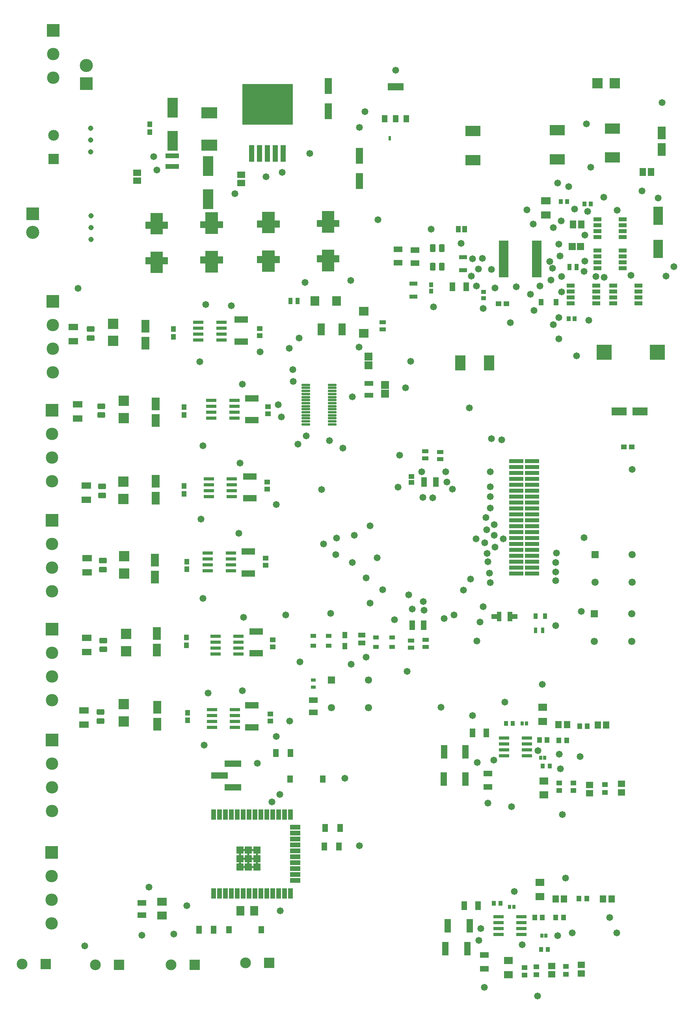
<source format=gts>
G04*
G04 #@! TF.GenerationSoftware,Altium Limited,Altium Designer,22.1.2 (22)*
G04*
G04 Layer_Color=8388736*
%FSLAX23Y23*%
%MOIN*%
G70*
G04*
G04 #@! TF.SameCoordinates,EFA1FED7-213C-4DAE-99C9-92C2F6BD185D*
G04*
G04*
G04 #@! TF.FilePolarity,Negative*
G04*
G01*
G75*
%ADD17R,0.048X0.042*%
%ADD18R,0.047X0.038*%
%ADD24R,0.042X0.048*%
%ADD26R,0.059X0.055*%
%ADD27R,0.055X0.059*%
%ADD28R,0.075X0.059*%
%ADD31R,0.063X0.138*%
%ADD32R,0.079X0.157*%
%ADD34R,0.126X0.086*%
%ADD35R,0.059X0.061*%
%ADD36R,0.037X0.053*%
%ADD43R,0.053X0.037*%
%ADD48R,0.067X0.037*%
%ADD50R,0.125X0.130*%
%ADD51R,0.043X0.053*%
%ADD52R,0.036X0.042*%
%ADD53R,0.086X0.126*%
%ADD56R,0.045X0.067*%
%ADD59R,0.078X0.084*%
%ADD60R,0.039X0.030*%
%ADD62R,0.044X0.056*%
%ADD68R,0.086X0.086*%
%ADD70R,0.061X0.061*%
%ADD71R,0.075X0.043*%
%ADD72R,0.084X0.078*%
%ADD80C,0.040*%
%ADD81C,0.039*%
%ADD82R,0.038X0.047*%
%ADD83R,0.086X0.086*%
%ADD88R,0.126X0.071*%
%ADD89R,0.068X0.034*%
%ADD90R,0.054X0.066*%
%ADD91R,0.071X0.110*%
%ADD92R,0.047X0.063*%
%ADD93R,0.136X0.063*%
%ADD94R,0.067X0.083*%
%ADD95R,0.076X0.046*%
%ADD96R,0.029X0.032*%
%ADD97R,0.087X0.165*%
%ADD98R,0.045X0.039*%
%ADD99R,0.020X0.019*%
%ADD100R,0.073X0.051*%
G04:AMPARAMS|DCode=101|XSize=47mil|YSize=64mil|CornerRadius=9mil|HoleSize=0mil|Usage=FLASHONLY|Rotation=0.000|XOffset=0mil|YOffset=0mil|HoleType=Round|Shape=RoundedRectangle|*
%AMROUNDEDRECTD101*
21,1,0.047,0.046,0,0,0.0*
21,1,0.030,0.064,0,0,0.0*
1,1,0.018,0.015,-0.023*
1,1,0.018,-0.015,-0.023*
1,1,0.018,-0.015,0.023*
1,1,0.018,0.015,0.023*
%
%ADD101ROUNDEDRECTD101*%
%ADD102R,0.079X0.026*%
%ADD103R,0.063X0.025*%
%ADD104R,0.047X0.079*%
%ADD105R,0.079X0.059*%
%ADD106R,0.038X0.041*%
%ADD107R,0.044X0.056*%
%ADD108R,0.041X0.038*%
%ADD109R,0.046X0.076*%
%ADD110R,0.075X0.051*%
%ADD111R,0.083X0.067*%
%ADD112R,0.043X0.087*%
%ADD113O,0.075X0.022*%
%ADD114R,0.061X0.041*%
%ADD115R,0.066X0.054*%
%ADD116R,0.114X0.039*%
%ADD117R,0.086X0.029*%
%ADD118R,0.080X0.054*%
G04:AMPARAMS|DCode=119|XSize=47mil|YSize=64mil|CornerRadius=9mil|HoleSize=0mil|Usage=FLASHONLY|Rotation=270.000|XOffset=0mil|YOffset=0mil|HoleType=Round|Shape=RoundedRectangle|*
%AMROUNDEDRECTD119*
21,1,0.047,0.046,0,0,270.0*
21,1,0.030,0.064,0,0,270.0*
1,1,0.018,-0.023,-0.015*
1,1,0.018,-0.023,0.015*
1,1,0.018,0.023,0.015*
1,1,0.018,0.023,-0.015*
%
%ADD119ROUNDEDRECTD119*%
%ADD120R,0.039X0.045*%
%ADD121R,0.069X0.069*%
%ADD122R,0.115X0.058*%
%ADD123R,0.045X0.043*%
%ADD124R,0.123X0.037*%
%ADD125R,0.087X0.043*%
%ADD126R,0.058X0.115*%
%ADD127R,0.034X0.043*%
%ADD128R,0.132X0.095*%
%ADD129R,0.060X0.060*%
%ADD130R,0.143X0.058*%
%ADD131R,0.026X0.045*%
%ADD132R,0.045X0.039*%
%ADD133R,0.105X0.105*%
%ADD134C,0.105*%
%ADD135C,0.061*%
%ADD136R,0.111X0.111*%
%ADD137C,0.111*%
%ADD138C,0.045*%
%ADD139R,0.091X0.091*%
%ADD140C,0.091*%
%ADD141C,0.020*%
%ADD142R,0.091X0.091*%
%ADD143C,0.058*%
G36*
X2485Y7595D02*
X2059D01*
Y7939D01*
X2485D01*
Y7595D01*
D02*
G37*
G36*
X2428Y7280D02*
X2383D01*
Y7420D01*
X2428D01*
Y7280D01*
D02*
G37*
G36*
X2361D02*
X2316D01*
Y7420D01*
X2361D01*
Y7280D01*
D02*
G37*
G36*
X2294D02*
X2249D01*
Y7420D01*
X2294D01*
Y7280D01*
D02*
G37*
G36*
X2227D02*
X2183D01*
Y7420D01*
X2227D01*
Y7280D01*
D02*
G37*
G36*
X2161D02*
X2116D01*
Y7420D01*
X2161D01*
Y7280D01*
D02*
G37*
G36*
X2838Y6789D02*
X2881D01*
Y6730D01*
X2838D01*
Y6683D01*
X2732D01*
Y6730D01*
X2689D01*
Y6789D01*
X2732D01*
Y6864D01*
X2838D01*
Y6789D01*
D02*
G37*
G36*
X2333Y6784D02*
X2376D01*
Y6725D01*
X2333D01*
Y6678D01*
X2227D01*
Y6725D01*
X2184D01*
Y6784D01*
X2227D01*
Y6859D01*
X2333D01*
Y6784D01*
D02*
G37*
G36*
X1853Y6779D02*
X1896D01*
Y6720D01*
X1853D01*
Y6673D01*
X1747D01*
Y6720D01*
X1704D01*
Y6779D01*
X1747D01*
Y6854D01*
X1853D01*
Y6779D01*
D02*
G37*
G36*
X1388Y6775D02*
X1431D01*
Y6715D01*
X1388D01*
Y6668D01*
X1282D01*
Y6715D01*
X1239D01*
Y6775D01*
X1282D01*
Y6849D01*
X1388D01*
Y6775D01*
D02*
G37*
G36*
X2838Y6490D02*
X2881D01*
Y6431D01*
X2838D01*
Y6356D01*
X2732D01*
Y6431D01*
X2689D01*
Y6490D01*
X2732D01*
Y6537D01*
X2838D01*
Y6490D01*
D02*
G37*
G36*
X2333Y6485D02*
X2376D01*
Y6426D01*
X2333D01*
Y6351D01*
X2227D01*
Y6426D01*
X2184D01*
Y6485D01*
X2227D01*
Y6532D01*
X2333D01*
Y6485D01*
D02*
G37*
G36*
X1853Y6480D02*
X1896D01*
Y6421D01*
X1853D01*
Y6346D01*
X1747D01*
Y6421D01*
X1704D01*
Y6480D01*
X1747D01*
Y6527D01*
X1853D01*
Y6480D01*
D02*
G37*
G36*
X1388Y6475D02*
X1431D01*
Y6416D01*
X1388D01*
Y6341D01*
X1282D01*
Y6416D01*
X1239D01*
Y6475D01*
X1282D01*
Y6523D01*
X1388D01*
Y6475D01*
D02*
G37*
G36*
X4342Y3457D02*
X4385D01*
Y3418D01*
X4342D01*
Y3398D01*
X4302D01*
Y3477D01*
X4342D01*
Y3457D01*
D02*
G37*
G36*
X4251Y3398D02*
X4212D01*
Y3418D01*
X4168D01*
Y3457D01*
X4212D01*
Y3477D01*
X4251D01*
Y3398D01*
D02*
G37*
D17*
X5353Y4870D02*
D03*
X5287D02*
D03*
X4227Y6080D02*
D03*
X4293D02*
D03*
D18*
X2660Y3274D02*
D03*
Y3193D02*
D03*
X2790D02*
D03*
X3190Y3260D02*
D03*
X3325D02*
D03*
Y3180D02*
D03*
X3190D02*
D03*
X2790Y3274D02*
D03*
D24*
X1565Y4540D02*
D03*
Y4475D02*
D03*
X1590Y3903D02*
D03*
Y3837D02*
D03*
X1585Y3260D02*
D03*
Y3195D02*
D03*
X1275Y7598D02*
D03*
Y7532D02*
D03*
X1565Y5142D02*
D03*
Y5208D02*
D03*
X1595Y2560D02*
D03*
Y2625D02*
D03*
X1475Y5802D02*
D03*
Y5868D02*
D03*
D26*
X5265Y2025D02*
D03*
Y1952D02*
D03*
X4995Y2016D02*
D03*
Y1944D02*
D03*
X4925Y422D02*
D03*
Y495D02*
D03*
X4675Y486D02*
D03*
Y414D02*
D03*
D27*
X4734Y2525D02*
D03*
X4806D02*
D03*
X5065Y2520D02*
D03*
X5138D02*
D03*
X4709Y1050D02*
D03*
X4781D02*
D03*
X5183D02*
D03*
X5110D02*
D03*
D28*
X4600Y2670D02*
D03*
Y2552D02*
D03*
X4575Y1190D02*
D03*
Y1072D02*
D03*
X4310Y412D02*
D03*
Y530D02*
D03*
X4610Y1931D02*
D03*
Y2049D02*
D03*
D31*
X2785Y7920D02*
D03*
Y7707D02*
D03*
X3050Y7331D02*
D03*
Y7119D02*
D03*
D32*
X5575Y6825D02*
D03*
Y6545D02*
D03*
D34*
X5190Y7563D02*
D03*
Y7317D02*
D03*
X4724Y7302D02*
D03*
Y7548D02*
D03*
X4009Y7540D02*
D03*
Y7294D02*
D03*
D35*
X4920Y6565D02*
D03*
X4850D02*
D03*
D36*
X4885Y6390D02*
D03*
X4826D02*
D03*
X2465Y6105D02*
D03*
X2525D02*
D03*
D43*
X3605Y4835D02*
D03*
Y4775D02*
D03*
X3610Y3240D02*
D03*
X3485Y3235D02*
D03*
X3732Y4769D02*
D03*
X3245Y5865D02*
D03*
X3732Y4828D02*
D03*
X3485Y3175D02*
D03*
X3610Y3180D02*
D03*
X3245Y5925D02*
D03*
D48*
X3925Y6475D02*
D03*
Y6365D02*
D03*
X3505Y6140D02*
D03*
Y6250D02*
D03*
D50*
X5570Y5670D02*
D03*
X5120D02*
D03*
D51*
X3885Y6710D02*
D03*
X3940D02*
D03*
D52*
X3655Y6187D02*
D03*
Y6240D02*
D03*
D53*
X3902Y5580D02*
D03*
X4148D02*
D03*
D56*
X1694Y791D02*
D03*
X2342Y2286D02*
D03*
X2761Y1651D02*
D03*
X2754Y1496D02*
D03*
X2878D02*
D03*
X2885Y1651D02*
D03*
X2466Y2286D02*
D03*
X1818Y791D02*
D03*
D59*
X2858Y6105D02*
D03*
X2672D02*
D03*
D60*
X2660Y2840D02*
D03*
Y2900D02*
D03*
D62*
X2925Y3188D02*
D03*
Y3283D02*
D03*
D68*
X1052Y4578D02*
D03*
Y4432D02*
D03*
X965Y5913D02*
D03*
Y5767D02*
D03*
X1057Y5261D02*
D03*
Y5115D02*
D03*
X1055Y2699D02*
D03*
Y2553D02*
D03*
X1077Y3292D02*
D03*
Y3146D02*
D03*
X1060Y3948D02*
D03*
Y3802D02*
D03*
D70*
X5043Y3963D02*
D03*
X5038Y3463D02*
D03*
X2813Y2903D02*
D03*
D71*
X3130Y5407D02*
D03*
Y5309D02*
D03*
D72*
X3085Y5832D02*
D03*
Y6018D02*
D03*
D80*
X4324Y3440D02*
D03*
D81*
X4225Y3435D02*
D03*
D82*
X4620Y3440D02*
D03*
X4540D02*
D03*
D83*
X5210Y7945D02*
D03*
X5064D02*
D03*
D88*
X5248Y5170D02*
D03*
X5422Y5170D02*
D03*
D89*
X5063Y6795D02*
D03*
Y6745D02*
D03*
Y6695D02*
D03*
Y6645D02*
D03*
X5277D02*
D03*
Y6695D02*
D03*
Y6745D02*
D03*
Y6795D02*
D03*
X5052Y6235D02*
D03*
Y6185D02*
D03*
Y6135D02*
D03*
Y6085D02*
D03*
X4838D02*
D03*
Y6135D02*
D03*
Y6185D02*
D03*
Y6235D02*
D03*
X5409D02*
D03*
Y6185D02*
D03*
Y6135D02*
D03*
Y6085D02*
D03*
X5195D02*
D03*
Y6135D02*
D03*
Y6185D02*
D03*
Y6235D02*
D03*
X5277Y6530D02*
D03*
Y6480D02*
D03*
Y6430D02*
D03*
Y6380D02*
D03*
X5063D02*
D03*
Y6430D02*
D03*
Y6480D02*
D03*
Y6530D02*
D03*
D90*
X4856Y6750D02*
D03*
X4925D02*
D03*
X5515Y7195D02*
D03*
X5446D02*
D03*
D91*
X5605Y7384D02*
D03*
Y7526D02*
D03*
X1320Y3773D02*
D03*
Y3915D02*
D03*
X1335Y3154D02*
D03*
Y3296D02*
D03*
X1325Y5094D02*
D03*
Y5236D02*
D03*
X1240Y5749D02*
D03*
Y5891D02*
D03*
X1325Y4439D02*
D03*
Y4581D02*
D03*
X1340Y2529D02*
D03*
Y2671D02*
D03*
D92*
X3355Y7646D02*
D03*
X3446D02*
D03*
X3264D02*
D03*
X2739Y2066D02*
D03*
X2463D02*
D03*
X2221Y791D02*
D03*
X1946D02*
D03*
D93*
X3355Y7914D02*
D03*
D94*
X2042Y951D02*
D03*
X2160D02*
D03*
D95*
X4135Y2113D02*
D03*
Y1997D02*
D03*
X4105Y462D02*
D03*
Y578D02*
D03*
D96*
X4627Y740D02*
D03*
X4593D02*
D03*
X4321Y985D02*
D03*
X4428Y2535D02*
D03*
X4583Y2245D02*
D03*
X4355Y985D02*
D03*
X4617Y2245D02*
D03*
X4462Y2535D02*
D03*
D97*
X1770Y7245D02*
D03*
Y6965D02*
D03*
X1470Y7459D02*
D03*
Y7739D02*
D03*
D98*
X4545Y413D02*
D03*
Y477D02*
D03*
X4795Y415D02*
D03*
X5125Y2017D02*
D03*
X4795Y480D02*
D03*
X4445Y408D02*
D03*
X5125Y1953D02*
D03*
X4740Y1968D02*
D03*
X4860Y2032D02*
D03*
Y1968D02*
D03*
X4740Y2032D02*
D03*
X4445Y472D02*
D03*
D99*
X3305Y7489D02*
D03*
Y7471D02*
D03*
D100*
X3520Y6424D02*
D03*
Y6536D02*
D03*
X3375Y6429D02*
D03*
Y6541D02*
D03*
D101*
X3671Y6550D02*
D03*
X3745D02*
D03*
X3671Y6395D02*
D03*
X3745D02*
D03*
D102*
X4550Y6601D02*
D03*
Y6575D02*
D03*
Y6550D02*
D03*
Y6524D02*
D03*
Y6498D02*
D03*
Y6473D02*
D03*
Y6447D02*
D03*
Y6422D02*
D03*
Y6396D02*
D03*
Y6370D02*
D03*
Y6345D02*
D03*
Y6319D02*
D03*
X4270D02*
D03*
Y6345D02*
D03*
Y6370D02*
D03*
Y6396D02*
D03*
Y6422D02*
D03*
Y6447D02*
D03*
Y6473D02*
D03*
Y6498D02*
D03*
Y6524D02*
D03*
Y6550D02*
D03*
Y6575D02*
D03*
Y6601D02*
D03*
D103*
X2904Y5903D02*
D03*
Y5878D02*
D03*
Y5827D02*
D03*
X2726D02*
D03*
Y5903D02*
D03*
X2904Y5852D02*
D03*
X2726D02*
D03*
Y5878D02*
D03*
D104*
X3593Y3365D02*
D03*
X3495D02*
D03*
X3597Y4575D02*
D03*
X3695D02*
D03*
D105*
X4625Y6830D02*
D03*
Y6952D02*
D03*
D106*
X4870Y5955D02*
D03*
X4819D02*
D03*
X4805Y6945D02*
D03*
X4754D02*
D03*
X5005Y6925D02*
D03*
X4954D02*
D03*
D107*
X4714Y6095D02*
D03*
X4586D02*
D03*
D108*
X4100Y6180D02*
D03*
Y6129D02*
D03*
D109*
X3837Y6225D02*
D03*
X3953D02*
D03*
X3937Y995D02*
D03*
X4053D02*
D03*
X4007Y2455D02*
D03*
X4123D02*
D03*
D110*
X1211Y915D02*
D03*
Y1017D02*
D03*
X2660Y2629D02*
D03*
Y2731D02*
D03*
D111*
X1381Y911D02*
D03*
Y1029D02*
D03*
D112*
X1866Y1097D02*
D03*
X2366Y1766D02*
D03*
X2316D02*
D03*
X1816Y1097D02*
D03*
X1916D02*
D03*
X1966D02*
D03*
X2016D02*
D03*
X2066D02*
D03*
X2116D02*
D03*
X2166D02*
D03*
X2216D02*
D03*
X2266D02*
D03*
X2316D02*
D03*
X2366D02*
D03*
X2416D02*
D03*
X2466D02*
D03*
Y1766D02*
D03*
X2416D02*
D03*
X2266D02*
D03*
X2216D02*
D03*
X2166D02*
D03*
X2116D02*
D03*
X2066D02*
D03*
X2016D02*
D03*
X1966D02*
D03*
X1916D02*
D03*
X1866D02*
D03*
X1816D02*
D03*
D113*
X2819Y5344D02*
D03*
X2595D02*
D03*
X2819Y5395D02*
D03*
Y5370D02*
D03*
X2595Y5267D02*
D03*
Y5191D02*
D03*
Y5216D02*
D03*
Y5242D02*
D03*
X2819Y5063D02*
D03*
X2595Y5139D02*
D03*
Y5165D02*
D03*
Y5395D02*
D03*
Y5370D02*
D03*
Y5088D02*
D03*
X2819D02*
D03*
Y5139D02*
D03*
Y5165D02*
D03*
Y5191D02*
D03*
Y5216D02*
D03*
Y5242D02*
D03*
Y5267D02*
D03*
Y5293D02*
D03*
Y5114D02*
D03*
Y5319D02*
D03*
X2595Y5063D02*
D03*
Y5114D02*
D03*
Y5293D02*
D03*
Y5319D02*
D03*
D114*
X3070Y3215D02*
D03*
Y3280D02*
D03*
D115*
X1170Y7189D02*
D03*
Y7121D02*
D03*
X2050Y7170D02*
D03*
Y7101D02*
D03*
D116*
X1465Y7330D02*
D03*
Y7243D02*
D03*
D117*
X1969Y4550D02*
D03*
X1882Y5875D02*
D03*
X1992Y5215D02*
D03*
X1997Y2600D02*
D03*
X2027Y3220D02*
D03*
X1962Y3925D02*
D03*
X1775Y4550D02*
D03*
Y4500D02*
D03*
X1688Y5875D02*
D03*
Y5825D02*
D03*
X1798Y5215D02*
D03*
Y5165D02*
D03*
X1803Y2600D02*
D03*
Y2550D02*
D03*
X1833Y3220D02*
D03*
Y3170D02*
D03*
X1768Y3925D02*
D03*
Y3875D02*
D03*
X4419Y900D02*
D03*
X4467Y2410D02*
D03*
X4225Y900D02*
D03*
X4273Y2410D02*
D03*
X4419Y850D02*
D03*
X4467Y2360D02*
D03*
X4225Y800D02*
D03*
X4273Y2310D02*
D03*
X4419Y750D02*
D03*
X4467Y2260D02*
D03*
X1969Y4500D02*
D03*
X1882Y5825D02*
D03*
X1992Y5165D02*
D03*
X1997Y2550D02*
D03*
X2027Y3170D02*
D03*
X1962Y3875D02*
D03*
X1688Y5925D02*
D03*
Y5775D02*
D03*
X1882D02*
D03*
Y5925D02*
D03*
X1798Y5265D02*
D03*
Y5115D02*
D03*
X1992D02*
D03*
Y5265D02*
D03*
X4467Y2310D02*
D03*
X4273Y2260D02*
D03*
Y2360D02*
D03*
X4419Y800D02*
D03*
X4225Y750D02*
D03*
Y850D02*
D03*
X1962Y3975D02*
D03*
Y3825D02*
D03*
X1768D02*
D03*
Y3975D02*
D03*
X2027Y3270D02*
D03*
Y3120D02*
D03*
X1833D02*
D03*
Y3270D02*
D03*
X1997Y2650D02*
D03*
Y2500D02*
D03*
X1803D02*
D03*
Y2650D02*
D03*
X1969Y4600D02*
D03*
Y4450D02*
D03*
X1775D02*
D03*
Y4600D02*
D03*
D118*
X740Y4425D02*
D03*
X630Y5765D02*
D03*
X665Y5110D02*
D03*
X720Y2525D02*
D03*
X742Y3137D02*
D03*
X745Y3810D02*
D03*
X630Y5885D02*
D03*
X665Y5230D02*
D03*
X745Y3930D02*
D03*
X742Y3257D02*
D03*
X720Y2645D02*
D03*
X740Y4545D02*
D03*
D119*
X872Y4537D02*
D03*
Y4463D02*
D03*
X775Y5867D02*
D03*
Y5793D02*
D03*
X867Y5215D02*
D03*
Y5142D02*
D03*
X860Y2630D02*
D03*
Y2556D02*
D03*
X882Y3234D02*
D03*
Y3160D02*
D03*
X880Y3910D02*
D03*
Y3836D02*
D03*
D120*
X4597Y895D02*
D03*
X4710D02*
D03*
X4908Y1055D02*
D03*
X4638Y2395D02*
D03*
X4738Y2390D02*
D03*
X4913Y2510D02*
D03*
X4533Y895D02*
D03*
X4573Y2395D02*
D03*
X4972Y1055D02*
D03*
X4977Y2510D02*
D03*
X4803Y2390D02*
D03*
X4775Y895D02*
D03*
D121*
X3125Y5563D02*
D03*
X3265Y5321D02*
D03*
Y5394D02*
D03*
X3125Y5636D02*
D03*
D122*
X2122Y4622D02*
D03*
X2050Y5947D02*
D03*
X2140Y5282D02*
D03*
Y2687D02*
D03*
X2175Y3312D02*
D03*
X2110Y3987D02*
D03*
X2122Y4438D02*
D03*
X2050Y5763D02*
D03*
X2140Y5098D02*
D03*
Y2503D02*
D03*
X2175Y3128D02*
D03*
X2110Y3803D02*
D03*
D123*
X2270Y4575D02*
D03*
X2205Y5870D02*
D03*
X2275Y5211D02*
D03*
X2295Y2616D02*
D03*
X2315Y3240D02*
D03*
X2255Y3930D02*
D03*
X2205Y5810D02*
D03*
X2275Y5150D02*
D03*
X2295Y2555D02*
D03*
X2270Y4515D02*
D03*
X2255Y3870D02*
D03*
X2315Y3180D02*
D03*
D124*
X4375Y4500D02*
D03*
Y4450D02*
D03*
Y4400D02*
D03*
Y4350D02*
D03*
Y4300D02*
D03*
Y4200D02*
D03*
Y4150D02*
D03*
Y4050D02*
D03*
Y4000D02*
D03*
Y3950D02*
D03*
X4510D02*
D03*
Y3900D02*
D03*
Y3850D02*
D03*
Y3800D02*
D03*
X4375D02*
D03*
Y3850D02*
D03*
Y3900D02*
D03*
X4510Y4000D02*
D03*
Y4050D02*
D03*
Y4100D02*
D03*
X4375D02*
D03*
X4510Y4150D02*
D03*
Y4200D02*
D03*
Y4250D02*
D03*
X4375D02*
D03*
X4510Y4300D02*
D03*
Y4350D02*
D03*
Y4400D02*
D03*
Y4450D02*
D03*
Y4500D02*
D03*
Y4550D02*
D03*
X4375D02*
D03*
X4510Y4600D02*
D03*
X4375D02*
D03*
X4510Y4650D02*
D03*
X4375D02*
D03*
X4510Y4700D02*
D03*
X4375D02*
D03*
X4510Y4750D02*
D03*
X4375D02*
D03*
D125*
X2505Y1657D02*
D03*
Y1607D02*
D03*
Y1207D02*
D03*
Y1257D02*
D03*
Y1307D02*
D03*
Y1357D02*
D03*
Y1407D02*
D03*
Y1457D02*
D03*
Y1507D02*
D03*
Y1557D02*
D03*
D126*
X3982Y825D02*
D03*
X3948Y2295D02*
D03*
X3962Y630D02*
D03*
X3947Y2065D02*
D03*
X3798Y825D02*
D03*
X3763Y2065D02*
D03*
X3778Y630D02*
D03*
X3765Y2295D02*
D03*
D127*
X4186Y1015D02*
D03*
X4290Y2535D02*
D03*
X4244Y1015D02*
D03*
X4347Y2535D02*
D03*
X4586Y625D02*
D03*
X4659Y2175D02*
D03*
X4644Y625D02*
D03*
X4601Y2175D02*
D03*
D128*
X1780Y7420D02*
D03*
Y7696D02*
D03*
D129*
X2039Y1320D02*
D03*
Y1392D02*
D03*
Y1464D02*
D03*
X2111Y1320D02*
D03*
Y1392D02*
D03*
Y1464D02*
D03*
X2183Y1320D02*
D03*
Y1392D02*
D03*
Y1464D02*
D03*
D130*
X1981Y2196D02*
D03*
X1866Y2096D02*
D03*
X1981Y1996D02*
D03*
D131*
X4539Y3320D02*
D03*
X4601D02*
D03*
D132*
X3490Y4570D02*
D03*
Y4620D02*
D03*
D133*
X460Y8390D02*
D03*
X450Y4250D02*
D03*
X455Y6100D02*
D03*
X450Y5182D02*
D03*
Y3330D02*
D03*
Y2395D02*
D03*
X445Y1445D02*
D03*
D134*
X460Y8190D02*
D03*
Y7990D02*
D03*
X450Y3850D02*
D03*
X455Y5700D02*
D03*
X450Y4782D02*
D03*
X445Y1045D02*
D03*
X450Y1995D02*
D03*
Y2930D02*
D03*
Y3650D02*
D03*
Y4050D02*
D03*
X455Y5500D02*
D03*
Y5900D02*
D03*
X450Y4582D02*
D03*
Y4982D02*
D03*
Y3130D02*
D03*
Y2730D02*
D03*
Y2195D02*
D03*
Y1795D02*
D03*
X445Y1245D02*
D03*
Y845D02*
D03*
D135*
X5357Y3727D02*
D03*
X5043D02*
D03*
X5357Y3963D02*
D03*
X5352Y3227D02*
D03*
X5038D02*
D03*
X5352Y3463D02*
D03*
X3127Y2667D02*
D03*
X2813D02*
D03*
X3127Y2903D02*
D03*
D136*
X740Y7940D02*
D03*
X285Y6840D02*
D03*
D137*
X740Y8096D02*
D03*
X285Y6684D02*
D03*
D138*
X780Y6825D02*
D03*
Y6625D02*
D03*
X777Y7565D02*
D03*
Y7365D02*
D03*
X780Y6725D02*
D03*
X777Y7465D02*
D03*
D139*
X462Y7305D02*
D03*
D140*
Y7505D02*
D03*
X195Y502D02*
D03*
X1455Y495D02*
D03*
X2085Y510D02*
D03*
X815Y495D02*
D03*
D141*
X2039Y1356D02*
D03*
Y1428D02*
D03*
X2075Y1320D02*
D03*
Y1392D02*
D03*
Y1464D02*
D03*
X2111Y1356D02*
D03*
Y1428D02*
D03*
X2147Y1320D02*
D03*
Y1392D02*
D03*
Y1464D02*
D03*
X2183Y1356D02*
D03*
Y1428D02*
D03*
D142*
X395Y502D02*
D03*
X1655Y495D02*
D03*
X2285Y510D02*
D03*
X1015Y495D02*
D03*
D143*
X1770Y2790D02*
D03*
X2910Y4860D02*
D03*
X1310Y7325D02*
D03*
X4195Y6215D02*
D03*
X4870Y6880D02*
D03*
X4955Y6660D02*
D03*
X4820Y7070D02*
D03*
X4595Y2866D02*
D03*
X4280Y2715D02*
D03*
X4005Y2600D02*
D03*
X4185Y2225D02*
D03*
X4135Y1860D02*
D03*
X4740Y2275D02*
D03*
X5225Y765D02*
D03*
X4850D02*
D03*
X4725Y740D02*
D03*
X4060Y700D02*
D03*
X1995Y7010D02*
D03*
X4725Y7100D02*
D03*
X3355Y8055D02*
D03*
X2260Y7155D02*
D03*
X3484Y5594D02*
D03*
X3207Y6792D02*
D03*
X1335Y7210D02*
D03*
X2395Y7190D02*
D03*
X3095Y7705D02*
D03*
X3051Y7573D02*
D03*
X5575Y6975D02*
D03*
X5115Y6980D02*
D03*
X4735Y5785D02*
D03*
X4885Y5640D02*
D03*
X4990Y5940D02*
D03*
X5355Y4680D02*
D03*
X670Y6210D02*
D03*
X4915Y2255D02*
D03*
X725Y655D02*
D03*
X4105Y305D02*
D03*
X4794Y1228D02*
D03*
X5168Y896D02*
D03*
X4360Y1115D02*
D03*
X4750Y2150D02*
D03*
X4045Y2205D02*
D03*
X4425Y665D02*
D03*
X4075Y800D02*
D03*
X4555Y230D02*
D03*
X5440Y7035D02*
D03*
X5610Y7780D02*
D03*
X5005Y7235D02*
D03*
X4970Y7600D02*
D03*
X5230Y6870D02*
D03*
X4745Y6485D02*
D03*
X4660Y6438D02*
D03*
X4735Y6585D02*
D03*
X4683Y6382D02*
D03*
X2630Y7350D02*
D03*
X4095Y6040D02*
D03*
X4325Y5920D02*
D03*
X4767Y1766D02*
D03*
X4690Y6725D02*
D03*
X5710Y6395D02*
D03*
X4755Y6780D02*
D03*
X5644Y6315D02*
D03*
X5345Y6320D02*
D03*
X4950Y6355D02*
D03*
X5050Y6310D02*
D03*
X4980Y6860D02*
D03*
X4735Y5965D02*
D03*
X4375Y6225D02*
D03*
X4690Y5905D02*
D03*
X4525Y6025D02*
D03*
X4760Y6180D02*
D03*
X4670Y6280D02*
D03*
X4495Y6160D02*
D03*
X4760Y6310D02*
D03*
X4465Y6875D02*
D03*
X4520Y6755D02*
D03*
X4575Y6230D02*
D03*
X4955Y6440D02*
D03*
X5120Y6305D02*
D03*
X3675Y6054D02*
D03*
X4055Y6375D02*
D03*
X3995Y6315D02*
D03*
X4005Y6460D02*
D03*
X4090Y6465D02*
D03*
X4165Y6370D02*
D03*
X4040Y6230D02*
D03*
X3910Y6590D02*
D03*
X3655Y6710D02*
D03*
X2490Y5425D02*
D03*
X2485Y5525D02*
D03*
X3045Y5715D02*
D03*
X2455Y5705D02*
D03*
X2540Y5790D02*
D03*
X2795Y4925D02*
D03*
X4710Y3360D02*
D03*
X4925Y3480D02*
D03*
X4950Y4105D02*
D03*
X4710Y3740D02*
D03*
X4155Y3725D02*
D03*
X4150Y3805D02*
D03*
X2730Y4510D02*
D03*
X4110Y4060D02*
D03*
X4035Y4095D02*
D03*
X4130Y3970D02*
D03*
X4128Y4173D02*
D03*
X3585Y4445D02*
D03*
X3670Y4440D02*
D03*
X3790Y4575D02*
D03*
X3375Y4530D02*
D03*
X3390Y4800D02*
D03*
X4165Y4940D02*
D03*
X3780Y4660D02*
D03*
X3575D02*
D03*
X3835Y4515D02*
D03*
X3595Y3490D02*
D03*
X3495Y3500D02*
D03*
X3140Y3550D02*
D03*
X3345Y3413D02*
D03*
X4044Y3231D02*
D03*
X4560Y2305D02*
D03*
X4335Y1830D02*
D03*
X3245Y3665D02*
D03*
X2855Y4100D02*
D03*
X2745Y4050D02*
D03*
X2850Y3960D02*
D03*
X2990Y3895D02*
D03*
X3140Y4205D02*
D03*
X3105Y3095D02*
D03*
X3740Y2670D02*
D03*
X4135Y3900D02*
D03*
X4195Y4025D02*
D03*
X4190Y4125D02*
D03*
Y4215D02*
D03*
X4265Y4095D02*
D03*
X3105Y3765D02*
D03*
X2980Y3035D02*
D03*
X3465Y3620D02*
D03*
X3850Y3450D02*
D03*
X3765Y3420D02*
D03*
X3930Y3660D02*
D03*
X2375Y1935D02*
D03*
X2310Y1870D02*
D03*
X2925Y2070D02*
D03*
X3990Y3755D02*
D03*
X4095Y3520D02*
D03*
X4070Y3390D02*
D03*
X2060Y2810D02*
D03*
X2070Y3430D02*
D03*
X2030Y4140D02*
D03*
X2040Y4735D02*
D03*
X1965Y6065D02*
D03*
X2060Y5400D02*
D03*
X2975Y6277D02*
D03*
X2590Y6260D02*
D03*
X3440Y5370D02*
D03*
X2990Y5295D02*
D03*
X2546Y3056D02*
D03*
X3454Y2975D02*
D03*
X2805Y3465D02*
D03*
X2425Y3450D02*
D03*
X2345Y4385D02*
D03*
X2531Y4896D02*
D03*
X2390Y5125D02*
D03*
X2210Y5675D02*
D03*
X1750Y6075D02*
D03*
X1700Y5590D02*
D03*
X1725Y4880D02*
D03*
X1710Y4260D02*
D03*
X1728Y3590D02*
D03*
X1735Y2350D02*
D03*
X2345Y2425D02*
D03*
X2460Y2555D02*
D03*
X3050Y1500D02*
D03*
X2188Y2197D02*
D03*
X2380Y950D02*
D03*
X1590Y995D02*
D03*
X1270Y1150D02*
D03*
X1210Y745D02*
D03*
X1480Y755D02*
D03*
X3590Y3565D02*
D03*
X2362Y5227D02*
D03*
X4155Y4660D02*
D03*
Y4535D02*
D03*
Y4450D02*
D03*
Y4355D02*
D03*
X3200Y3935D02*
D03*
X4120Y4275D02*
D03*
X4715Y3975D02*
D03*
X4710Y3895D02*
D03*
Y3815D02*
D03*
X2600Y4965D02*
D03*
X4252Y4930D02*
D03*
X3005Y4125D02*
D03*
X3980Y5200D02*
D03*
M02*

</source>
